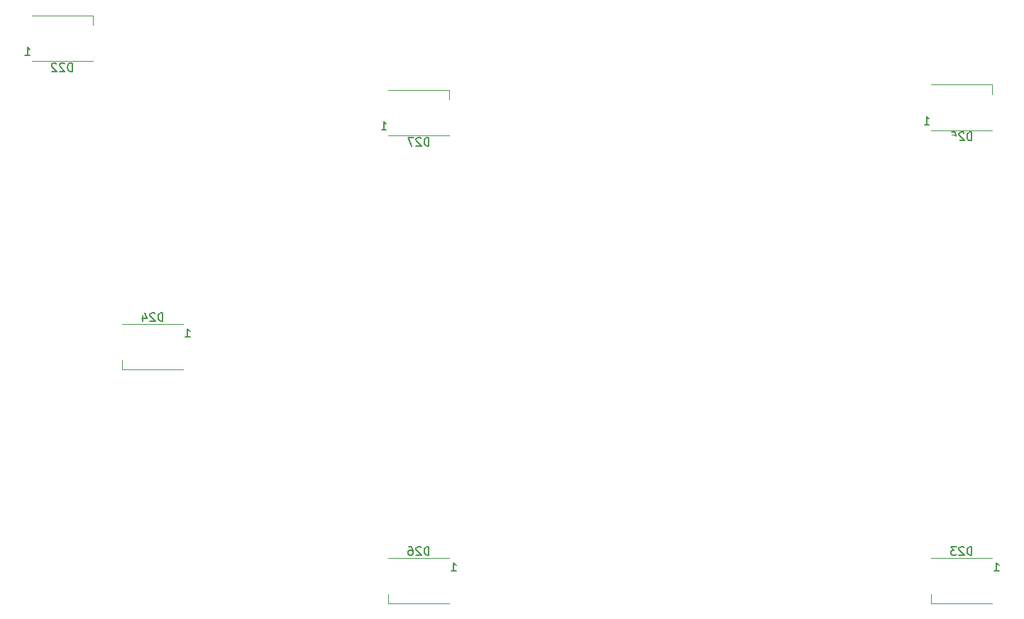
<source format=gbo>
G04 #@! TF.GenerationSoftware,KiCad,Pcbnew,(5.1.10)-1*
G04 #@! TF.CreationDate,2021-09-15T11:37:00+02:00*
G04 #@! TF.ProjectId,SheepyPad,53686565-7079-4506-9164-2e6b69636164,rev?*
G04 #@! TF.SameCoordinates,Original*
G04 #@! TF.FileFunction,Legend,Bot*
G04 #@! TF.FilePolarity,Positive*
%FSLAX46Y46*%
G04 Gerber Fmt 4.6, Leading zero omitted, Abs format (unit mm)*
G04 Created by KiCad (PCBNEW (5.1.10)-1) date 2021-09-15 11:37:00*
%MOMM*%
%LPD*%
G01*
G04 APERTURE LIST*
%ADD10C,0.120000*%
%ADD11C,0.150000*%
%ADD12R,1.500000X1.000000*%
%ADD13O,1.600000X1.600000*%
%ADD14R,1.600000X1.600000*%
%ADD15O,1.700000X1.700000*%
%ADD16R,1.700000X1.700000*%
%ADD17C,2.000000*%
%ADD18C,1.600000*%
%ADD19C,2.250000*%
%ADD20C,3.987800*%
%ADD21C,1.750000*%
%ADD22R,2.000000X2.000000*%
%ADD23R,2.000000X3.200000*%
G04 APERTURE END LIST*
D10*
X108745000Y-68155000D02*
X116045000Y-68155000D01*
X108745000Y-62655000D02*
X116045000Y-62655000D01*
X116045000Y-62655000D02*
X116045000Y-63805000D01*
X116045000Y-118535000D02*
X108745000Y-118535000D01*
X116045000Y-124035000D02*
X108745000Y-124035000D01*
X108745000Y-124035000D02*
X108745000Y-122885000D01*
X173515000Y-67520000D02*
X180815000Y-67520000D01*
X173515000Y-62020000D02*
X180815000Y-62020000D01*
X180815000Y-62020000D02*
X180815000Y-63170000D01*
X84295000Y-90595000D02*
X76995000Y-90595000D01*
X84295000Y-96095000D02*
X76995000Y-96095000D01*
X76995000Y-96095000D02*
X76995000Y-94945000D01*
X180815000Y-118535000D02*
X173515000Y-118535000D01*
X180815000Y-124035000D02*
X173515000Y-124035000D01*
X173515000Y-124035000D02*
X173515000Y-122885000D01*
X66200000Y-59265000D02*
X73500000Y-59265000D01*
X66200000Y-53765000D02*
X73500000Y-53765000D01*
X73500000Y-53765000D02*
X73500000Y-54915000D01*
D11*
X113609285Y-69357380D02*
X113609285Y-68357380D01*
X113371190Y-68357380D01*
X113228333Y-68405000D01*
X113133095Y-68500238D01*
X113085476Y-68595476D01*
X113037857Y-68785952D01*
X113037857Y-68928809D01*
X113085476Y-69119285D01*
X113133095Y-69214523D01*
X113228333Y-69309761D01*
X113371190Y-69357380D01*
X113609285Y-69357380D01*
X112656904Y-68452619D02*
X112609285Y-68405000D01*
X112514047Y-68357380D01*
X112275952Y-68357380D01*
X112180714Y-68405000D01*
X112133095Y-68452619D01*
X112085476Y-68547857D01*
X112085476Y-68643095D01*
X112133095Y-68785952D01*
X112704523Y-69357380D01*
X112085476Y-69357380D01*
X111752142Y-68357380D02*
X111085476Y-68357380D01*
X111514047Y-69357380D01*
X107959285Y-67457380D02*
X108530714Y-67457380D01*
X108245000Y-67457380D02*
X108245000Y-66457380D01*
X108340238Y-66600238D01*
X108435476Y-66695476D01*
X108530714Y-66743095D01*
X113609285Y-118237380D02*
X113609285Y-117237380D01*
X113371190Y-117237380D01*
X113228333Y-117285000D01*
X113133095Y-117380238D01*
X113085476Y-117475476D01*
X113037857Y-117665952D01*
X113037857Y-117808809D01*
X113085476Y-117999285D01*
X113133095Y-118094523D01*
X113228333Y-118189761D01*
X113371190Y-118237380D01*
X113609285Y-118237380D01*
X112656904Y-117332619D02*
X112609285Y-117285000D01*
X112514047Y-117237380D01*
X112275952Y-117237380D01*
X112180714Y-117285000D01*
X112133095Y-117332619D01*
X112085476Y-117427857D01*
X112085476Y-117523095D01*
X112133095Y-117665952D01*
X112704523Y-118237380D01*
X112085476Y-118237380D01*
X111228333Y-117237380D02*
X111418809Y-117237380D01*
X111514047Y-117285000D01*
X111561666Y-117332619D01*
X111656904Y-117475476D01*
X111704523Y-117665952D01*
X111704523Y-118046904D01*
X111656904Y-118142142D01*
X111609285Y-118189761D01*
X111514047Y-118237380D01*
X111323571Y-118237380D01*
X111228333Y-118189761D01*
X111180714Y-118142142D01*
X111133095Y-118046904D01*
X111133095Y-117808809D01*
X111180714Y-117713571D01*
X111228333Y-117665952D01*
X111323571Y-117618333D01*
X111514047Y-117618333D01*
X111609285Y-117665952D01*
X111656904Y-117713571D01*
X111704523Y-117808809D01*
X116259285Y-120137380D02*
X116830714Y-120137380D01*
X116545000Y-120137380D02*
X116545000Y-119137380D01*
X116640238Y-119280238D01*
X116735476Y-119375476D01*
X116830714Y-119423095D01*
X178379285Y-68722380D02*
X178379285Y-67722380D01*
X178141190Y-67722380D01*
X177998333Y-67770000D01*
X177903095Y-67865238D01*
X177855476Y-67960476D01*
X177807857Y-68150952D01*
X177807857Y-68293809D01*
X177855476Y-68484285D01*
X177903095Y-68579523D01*
X177998333Y-68674761D01*
X178141190Y-68722380D01*
X178379285Y-68722380D01*
X177426904Y-67817619D02*
X177379285Y-67770000D01*
X177284047Y-67722380D01*
X177045952Y-67722380D01*
X176950714Y-67770000D01*
X176903095Y-67817619D01*
X176855476Y-67912857D01*
X176855476Y-68008095D01*
X176903095Y-68150952D01*
X177474523Y-68722380D01*
X176855476Y-68722380D01*
X175950714Y-67722380D02*
X176426904Y-67722380D01*
X176474523Y-68198571D01*
X176426904Y-68150952D01*
X176331666Y-68103333D01*
X176093571Y-68103333D01*
X175998333Y-68150952D01*
X175950714Y-68198571D01*
X175903095Y-68293809D01*
X175903095Y-68531904D01*
X175950714Y-68627142D01*
X175998333Y-68674761D01*
X176093571Y-68722380D01*
X176331666Y-68722380D01*
X176426904Y-68674761D01*
X176474523Y-68627142D01*
X172729285Y-66822380D02*
X173300714Y-66822380D01*
X173015000Y-66822380D02*
X173015000Y-65822380D01*
X173110238Y-65965238D01*
X173205476Y-66060476D01*
X173300714Y-66108095D01*
X81859285Y-90297380D02*
X81859285Y-89297380D01*
X81621190Y-89297380D01*
X81478333Y-89345000D01*
X81383095Y-89440238D01*
X81335476Y-89535476D01*
X81287857Y-89725952D01*
X81287857Y-89868809D01*
X81335476Y-90059285D01*
X81383095Y-90154523D01*
X81478333Y-90249761D01*
X81621190Y-90297380D01*
X81859285Y-90297380D01*
X80906904Y-89392619D02*
X80859285Y-89345000D01*
X80764047Y-89297380D01*
X80525952Y-89297380D01*
X80430714Y-89345000D01*
X80383095Y-89392619D01*
X80335476Y-89487857D01*
X80335476Y-89583095D01*
X80383095Y-89725952D01*
X80954523Y-90297380D01*
X80335476Y-90297380D01*
X79478333Y-89630714D02*
X79478333Y-90297380D01*
X79716428Y-89249761D02*
X79954523Y-89964047D01*
X79335476Y-89964047D01*
X84509285Y-92197380D02*
X85080714Y-92197380D01*
X84795000Y-92197380D02*
X84795000Y-91197380D01*
X84890238Y-91340238D01*
X84985476Y-91435476D01*
X85080714Y-91483095D01*
X178379285Y-118237380D02*
X178379285Y-117237380D01*
X178141190Y-117237380D01*
X177998333Y-117285000D01*
X177903095Y-117380238D01*
X177855476Y-117475476D01*
X177807857Y-117665952D01*
X177807857Y-117808809D01*
X177855476Y-117999285D01*
X177903095Y-118094523D01*
X177998333Y-118189761D01*
X178141190Y-118237380D01*
X178379285Y-118237380D01*
X177426904Y-117332619D02*
X177379285Y-117285000D01*
X177284047Y-117237380D01*
X177045952Y-117237380D01*
X176950714Y-117285000D01*
X176903095Y-117332619D01*
X176855476Y-117427857D01*
X176855476Y-117523095D01*
X176903095Y-117665952D01*
X177474523Y-118237380D01*
X176855476Y-118237380D01*
X176522142Y-117237380D02*
X175903095Y-117237380D01*
X176236428Y-117618333D01*
X176093571Y-117618333D01*
X175998333Y-117665952D01*
X175950714Y-117713571D01*
X175903095Y-117808809D01*
X175903095Y-118046904D01*
X175950714Y-118142142D01*
X175998333Y-118189761D01*
X176093571Y-118237380D01*
X176379285Y-118237380D01*
X176474523Y-118189761D01*
X176522142Y-118142142D01*
X181029285Y-120137380D02*
X181600714Y-120137380D01*
X181315000Y-120137380D02*
X181315000Y-119137380D01*
X181410238Y-119280238D01*
X181505476Y-119375476D01*
X181600714Y-119423095D01*
X71064285Y-60467380D02*
X71064285Y-59467380D01*
X70826190Y-59467380D01*
X70683333Y-59515000D01*
X70588095Y-59610238D01*
X70540476Y-59705476D01*
X70492857Y-59895952D01*
X70492857Y-60038809D01*
X70540476Y-60229285D01*
X70588095Y-60324523D01*
X70683333Y-60419761D01*
X70826190Y-60467380D01*
X71064285Y-60467380D01*
X70111904Y-59562619D02*
X70064285Y-59515000D01*
X69969047Y-59467380D01*
X69730952Y-59467380D01*
X69635714Y-59515000D01*
X69588095Y-59562619D01*
X69540476Y-59657857D01*
X69540476Y-59753095D01*
X69588095Y-59895952D01*
X70159523Y-60467380D01*
X69540476Y-60467380D01*
X69159523Y-59562619D02*
X69111904Y-59515000D01*
X69016666Y-59467380D01*
X68778571Y-59467380D01*
X68683333Y-59515000D01*
X68635714Y-59562619D01*
X68588095Y-59657857D01*
X68588095Y-59753095D01*
X68635714Y-59895952D01*
X69207142Y-60467380D01*
X68588095Y-60467380D01*
X65414285Y-58567380D02*
X65985714Y-58567380D01*
X65700000Y-58567380D02*
X65700000Y-57567380D01*
X65795238Y-57710238D01*
X65890476Y-57805476D01*
X65985714Y-57853095D01*
%LPC*%
D12*
X109945000Y-67005000D03*
X109945000Y-63805000D03*
X114845000Y-67005000D03*
X114845000Y-63805000D03*
X114845000Y-119685000D03*
X114845000Y-122885000D03*
X109945000Y-119685000D03*
X109945000Y-122885000D03*
X174715000Y-66370000D03*
X174715000Y-63170000D03*
X179615000Y-66370000D03*
X179615000Y-63170000D03*
X83095000Y-91745000D03*
X83095000Y-94945000D03*
X78195000Y-91745000D03*
X78195000Y-94945000D03*
X179615000Y-119685000D03*
X179615000Y-122885000D03*
X174715000Y-119685000D03*
X174715000Y-122885000D03*
X67400000Y-58115000D03*
X67400000Y-54915000D03*
X72300000Y-58115000D03*
X72300000Y-54915000D03*
D13*
X94615000Y-62230000D03*
X92075000Y-62230000D03*
X89535000Y-62230000D03*
X66675000Y-46990000D03*
X86995000Y-62230000D03*
X69215000Y-46990000D03*
X84455000Y-62230000D03*
X71755000Y-46990000D03*
X81915000Y-62230000D03*
X74295000Y-46990000D03*
X79375000Y-62230000D03*
X76835000Y-46990000D03*
X76835000Y-62230000D03*
X79375000Y-46990000D03*
X74295000Y-62230000D03*
X81915000Y-46990000D03*
X71755000Y-62230000D03*
X84455000Y-46990000D03*
X69215000Y-62230000D03*
X86995000Y-46990000D03*
D14*
X66675000Y-62230000D03*
D13*
X89535000Y-46990000D03*
X92075000Y-46990000D03*
X94615000Y-46990000D03*
D15*
X61925000Y-87345000D03*
X61925000Y-89885000D03*
X61925000Y-92425000D03*
D16*
X61925000Y-94965000D03*
D17*
X102870000Y-58570000D03*
X98370000Y-58570000D03*
X102870000Y-52070000D03*
X98370000Y-52070000D03*
D13*
X86995000Y-58420000D03*
D18*
X76835000Y-58420000D03*
D13*
X69215000Y-81915000D03*
D14*
X69215000Y-71755000D03*
D19*
X118745000Y-50165000D03*
D20*
X116205000Y-55245000D03*
D19*
X112395000Y-52705000D03*
D21*
X111125000Y-55245000D03*
X121285000Y-55245000D03*
D19*
X118745000Y-107315000D03*
D20*
X116205000Y-112395000D03*
D19*
X112395000Y-109855000D03*
D21*
X111125000Y-112395000D03*
X121285000Y-112395000D03*
D13*
X144780000Y-69215000D03*
D14*
X144780000Y-79375000D03*
D22*
X81915000Y-67310000D03*
D17*
X79415000Y-67310000D03*
X76915000Y-67310000D03*
D23*
X85015000Y-74810000D03*
X73815000Y-74810000D03*
D17*
X81915000Y-81810000D03*
X76915000Y-81810000D03*
D19*
X175895000Y-126365000D03*
D20*
X173355000Y-131445000D03*
D19*
X169545000Y-128905000D03*
D21*
X168275000Y-131445000D03*
X178435000Y-131445000D03*
D19*
X175895000Y-107315000D03*
D20*
X173355000Y-112395000D03*
D19*
X169545000Y-109855000D03*
D21*
X168275000Y-112395000D03*
X178435000Y-112395000D03*
D19*
X175895000Y-88265000D03*
D20*
X173355000Y-93345000D03*
D19*
X169545000Y-90805000D03*
D21*
X168275000Y-93345000D03*
X178435000Y-93345000D03*
D19*
X175895000Y-69215000D03*
D20*
X173355000Y-74295000D03*
D19*
X169545000Y-71755000D03*
D21*
X168275000Y-74295000D03*
X178435000Y-74295000D03*
D19*
X175895000Y-50165000D03*
D20*
X173355000Y-55245000D03*
D19*
X169545000Y-52705000D03*
D21*
X168275000Y-55245000D03*
X178435000Y-55245000D03*
D19*
X156845000Y-126365000D03*
D20*
X154305000Y-131445000D03*
D19*
X150495000Y-128905000D03*
D21*
X149225000Y-131445000D03*
X159385000Y-131445000D03*
D19*
X156845000Y-107315000D03*
D20*
X154305000Y-112395000D03*
D19*
X150495000Y-109855000D03*
D21*
X149225000Y-112395000D03*
X159385000Y-112395000D03*
D19*
X156845000Y-88265000D03*
D20*
X154305000Y-93345000D03*
D19*
X150495000Y-90805000D03*
D21*
X149225000Y-93345000D03*
X159385000Y-93345000D03*
D19*
X156845000Y-69215000D03*
D20*
X154305000Y-74295000D03*
D19*
X150495000Y-71755000D03*
D21*
X149225000Y-74295000D03*
X159385000Y-74295000D03*
D19*
X156845000Y-50165000D03*
D20*
X154305000Y-55245000D03*
D19*
X150495000Y-52705000D03*
D21*
X149225000Y-55245000D03*
X159385000Y-55245000D03*
D19*
X137795000Y-126365000D03*
D20*
X135255000Y-131445000D03*
D19*
X131445000Y-128905000D03*
D21*
X130175000Y-131445000D03*
X140335000Y-131445000D03*
D19*
X137795000Y-107315000D03*
D20*
X135255000Y-112395000D03*
D19*
X131445000Y-109855000D03*
D21*
X130175000Y-112395000D03*
X140335000Y-112395000D03*
D19*
X137795000Y-88265000D03*
D20*
X135255000Y-93345000D03*
D19*
X131445000Y-90805000D03*
D21*
X130175000Y-93345000D03*
X140335000Y-93345000D03*
D19*
X137795000Y-69215000D03*
D20*
X135255000Y-74295000D03*
D19*
X131445000Y-71755000D03*
D21*
X130175000Y-74295000D03*
X140335000Y-74295000D03*
D19*
X137795000Y-50165000D03*
D20*
X135255000Y-55245000D03*
D19*
X131445000Y-52705000D03*
D21*
X130175000Y-55245000D03*
X140335000Y-55245000D03*
D19*
X118745000Y-126365000D03*
D20*
X116205000Y-131445000D03*
D19*
X112395000Y-128905000D03*
D21*
X111125000Y-131445000D03*
X121285000Y-131445000D03*
D19*
X118745000Y-88265000D03*
D20*
X116205000Y-93345000D03*
D19*
X112395000Y-90805000D03*
D21*
X111125000Y-93345000D03*
X121285000Y-93345000D03*
D19*
X118745000Y-69215000D03*
D20*
X116205000Y-74295000D03*
D19*
X112395000Y-71755000D03*
D21*
X111125000Y-74295000D03*
X121285000Y-74295000D03*
D13*
X163830000Y-126365000D03*
D14*
X163830000Y-136525000D03*
D13*
X163830000Y-107315000D03*
D14*
X163830000Y-117475000D03*
D13*
X163830000Y-88265000D03*
D14*
X163830000Y-98425000D03*
D13*
X163830000Y-69215000D03*
D14*
X163830000Y-79375000D03*
D13*
X163830000Y-50165000D03*
D14*
X163830000Y-60325000D03*
D13*
X144780000Y-126365000D03*
D14*
X144780000Y-136525000D03*
D13*
X144780000Y-107315000D03*
D14*
X144780000Y-117475000D03*
D13*
X144780000Y-88265000D03*
D14*
X144780000Y-98425000D03*
D13*
X144780000Y-50165000D03*
D14*
X144780000Y-60325000D03*
D13*
X125730000Y-126365000D03*
D14*
X125730000Y-136525000D03*
D13*
X125730000Y-107315000D03*
D14*
X125730000Y-117475000D03*
D13*
X125730000Y-88265000D03*
D14*
X125730000Y-98425000D03*
D13*
X125730000Y-69215000D03*
D14*
X125730000Y-79375000D03*
D13*
X125730000Y-50165000D03*
D14*
X125730000Y-60325000D03*
D13*
X106680000Y-126365000D03*
D14*
X106680000Y-136525000D03*
D13*
X106680000Y-107315000D03*
D14*
X106680000Y-117475000D03*
D13*
X106680000Y-88265000D03*
D14*
X106680000Y-98425000D03*
D13*
X106680000Y-69215000D03*
D14*
X106680000Y-79375000D03*
D13*
X106680000Y-50165000D03*
D14*
X106680000Y-60325000D03*
M02*

</source>
